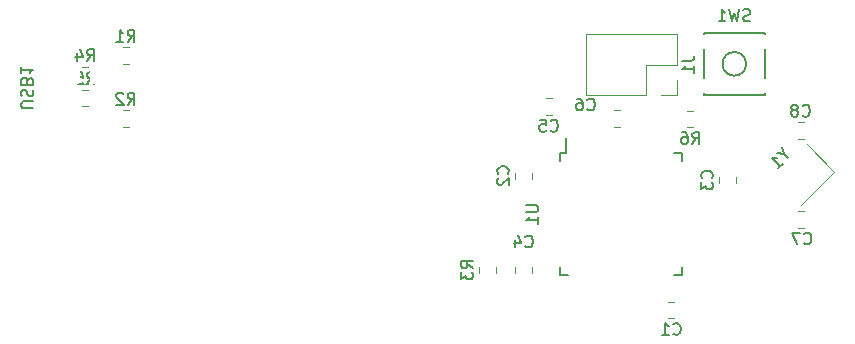
<source format=gbo>
G04 #@! TF.GenerationSoftware,KiCad,Pcbnew,(5.1.4)-1*
G04 #@! TF.CreationDate,2020-09-16T16:25:40+03:00*
G04 #@! TF.ProjectId,MacroBoardPcb,4d616372-6f42-46f6-9172-645063622e6b,rev?*
G04 #@! TF.SameCoordinates,Original*
G04 #@! TF.FileFunction,Legend,Bot*
G04 #@! TF.FilePolarity,Positive*
%FSLAX46Y46*%
G04 Gerber Fmt 4.6, Leading zero omitted, Abs format (unit mm)*
G04 Created by KiCad (PCBNEW (5.1.4)-1) date 2020-09-16 16:25:40*
%MOMM*%
%LPD*%
G04 APERTURE LIST*
%ADD10C,0.120000*%
%ADD11C,0.150000*%
%ADD12C,1.499000*%
%ADD13C,1.302000*%
%ADD14C,0.100000*%
%ADD15R,1.552000X0.702000*%
%ADD16R,1.552000X0.402000*%
%ADD17C,0.752000*%
%ADD18R,1.602000X0.652000*%
%ADD19R,0.652000X1.602000*%
%ADD20R,2.102000X2.102000*%
%ADD21C,2.102000*%
%ADD22R,2.102000X3.302000*%
%ADD23R,1.902000X1.202000*%
%ADD24C,2.802000*%
%ADD25C,1.852000*%
%ADD26R,1.852000X1.852000*%
%ADD27C,1.077000*%
%ADD28C,2.352000*%
%ADD29C,4.089800*%
%ADD30C,2.352000*%
%ADD31O,1.802000X1.802000*%
%ADD32R,1.802000X1.802000*%
G04 APERTURE END LIST*
D10*
X189289082Y-89337290D02*
X186460655Y-92165717D01*
X186955629Y-87003837D02*
X189289082Y-89337290D01*
D11*
X166610000Y-87755000D02*
X166610000Y-86480000D01*
X166035000Y-98105000D02*
X166035000Y-97430000D01*
X176385000Y-98105000D02*
X176385000Y-97430000D01*
X176385000Y-87755000D02*
X176385000Y-88430000D01*
X166035000Y-87755000D02*
X166035000Y-88430000D01*
X176385000Y-87755000D02*
X175710000Y-87755000D01*
X176385000Y-98105000D02*
X175710000Y-98105000D01*
X166035000Y-98105000D02*
X166710000Y-98105000D01*
X166035000Y-87755000D02*
X166610000Y-87755000D01*
X178220000Y-82790000D02*
X183420000Y-82790000D01*
X183420000Y-82790000D02*
X183420000Y-77590000D01*
X183420000Y-77590000D02*
X178220000Y-77590000D01*
X178220000Y-77590000D02*
X178220000Y-82790000D01*
X181820000Y-80190000D02*
G75*
G03X181820000Y-80190000I-1000000J0D01*
G01*
D10*
X177348578Y-85570000D02*
X176831422Y-85570000D01*
X177348578Y-84150000D02*
X176831422Y-84150000D01*
X126115578Y-83799750D02*
X125598422Y-83799750D01*
X126115578Y-82379750D02*
X125598422Y-82379750D01*
X126107578Y-81863000D02*
X125590422Y-81863000D01*
X126107578Y-80443000D02*
X125590422Y-80443000D01*
X160603000Y-97404422D02*
X160603000Y-97921578D01*
X159183000Y-97404422D02*
X159183000Y-97921578D01*
X129544578Y-85546000D02*
X129027422Y-85546000D01*
X129544578Y-84126000D02*
X129027422Y-84126000D01*
X129544578Y-80212000D02*
X129027422Y-80212000D01*
X129544578Y-78792000D02*
X129027422Y-78792000D01*
X175970000Y-82860000D02*
X175970000Y-81530000D01*
X174640000Y-82860000D02*
X175970000Y-82860000D01*
X175970000Y-80260000D02*
X175970000Y-77660000D01*
X173370000Y-80260000D02*
X175970000Y-80260000D01*
X173370000Y-82860000D02*
X173370000Y-80260000D01*
X175970000Y-77660000D02*
X168230000Y-77660000D01*
X173370000Y-82860000D02*
X168230000Y-82860000D01*
X168230000Y-82860000D02*
X168230000Y-77660000D01*
X186177422Y-85142000D02*
X186694578Y-85142000D01*
X186177422Y-86562000D02*
X186694578Y-86562000D01*
X186694578Y-94055000D02*
X186177422Y-94055000D01*
X186694578Y-92635000D02*
X186177422Y-92635000D01*
X171128578Y-85550000D02*
X170611422Y-85550000D01*
X171128578Y-84130000D02*
X170611422Y-84130000D01*
X164841422Y-83110000D02*
X165358578Y-83110000D01*
X164841422Y-84530000D02*
X165358578Y-84530000D01*
X162231000Y-97918578D02*
X162231000Y-97401422D01*
X163651000Y-97918578D02*
X163651000Y-97401422D01*
X180923000Y-89784422D02*
X180923000Y-90301578D01*
X179503000Y-89784422D02*
X179503000Y-90301578D01*
X163651000Y-89403422D02*
X163651000Y-89920578D01*
X162231000Y-89403422D02*
X162231000Y-89920578D01*
X175231422Y-100330000D02*
X175748578Y-100330000D01*
X175231422Y-101750000D02*
X175748578Y-101750000D01*
D11*
X185029881Y-87856446D02*
X185366599Y-88193164D01*
X184895194Y-87250355D02*
X185029881Y-87856446D01*
X184423790Y-87721759D01*
X184524805Y-89034957D02*
X184928866Y-88630896D01*
X184726835Y-88832927D02*
X184019729Y-88125820D01*
X184188087Y-88159492D01*
X184322774Y-88159492D01*
X184423790Y-88125820D01*
X121447619Y-83948095D02*
X120638095Y-83948095D01*
X120542857Y-83900476D01*
X120495238Y-83852857D01*
X120447619Y-83757619D01*
X120447619Y-83567142D01*
X120495238Y-83471904D01*
X120542857Y-83424285D01*
X120638095Y-83376666D01*
X121447619Y-83376666D01*
X120495238Y-82948095D02*
X120447619Y-82805238D01*
X120447619Y-82567142D01*
X120495238Y-82471904D01*
X120542857Y-82424285D01*
X120638095Y-82376666D01*
X120733333Y-82376666D01*
X120828571Y-82424285D01*
X120876190Y-82471904D01*
X120923809Y-82567142D01*
X120971428Y-82757619D01*
X121019047Y-82852857D01*
X121066666Y-82900476D01*
X121161904Y-82948095D01*
X121257142Y-82948095D01*
X121352380Y-82900476D01*
X121400000Y-82852857D01*
X121447619Y-82757619D01*
X121447619Y-82519523D01*
X121400000Y-82376666D01*
X120971428Y-81614761D02*
X120923809Y-81471904D01*
X120876190Y-81424285D01*
X120780952Y-81376666D01*
X120638095Y-81376666D01*
X120542857Y-81424285D01*
X120495238Y-81471904D01*
X120447619Y-81567142D01*
X120447619Y-81948095D01*
X121447619Y-81948095D01*
X121447619Y-81614761D01*
X121400000Y-81519523D01*
X121352380Y-81471904D01*
X121257142Y-81424285D01*
X121161904Y-81424285D01*
X121066666Y-81471904D01*
X121019047Y-81519523D01*
X120971428Y-81614761D01*
X120971428Y-81948095D01*
X120447619Y-80424285D02*
X120447619Y-80995714D01*
X120447619Y-80710000D02*
X121447619Y-80710000D01*
X121304761Y-80805238D01*
X121209523Y-80900476D01*
X121161904Y-80995714D01*
X163212380Y-92168095D02*
X164021904Y-92168095D01*
X164117142Y-92215714D01*
X164164761Y-92263333D01*
X164212380Y-92358571D01*
X164212380Y-92549047D01*
X164164761Y-92644285D01*
X164117142Y-92691904D01*
X164021904Y-92739523D01*
X163212380Y-92739523D01*
X164212380Y-93739523D02*
X164212380Y-93168095D01*
X164212380Y-93453809D02*
X163212380Y-93453809D01*
X163355238Y-93358571D01*
X163450476Y-93263333D01*
X163498095Y-93168095D01*
X182153333Y-76530761D02*
X182010476Y-76578380D01*
X181772380Y-76578380D01*
X181677142Y-76530761D01*
X181629523Y-76483142D01*
X181581904Y-76387904D01*
X181581904Y-76292666D01*
X181629523Y-76197428D01*
X181677142Y-76149809D01*
X181772380Y-76102190D01*
X181962857Y-76054571D01*
X182058095Y-76006952D01*
X182105714Y-75959333D01*
X182153333Y-75864095D01*
X182153333Y-75768857D01*
X182105714Y-75673619D01*
X182058095Y-75626000D01*
X181962857Y-75578380D01*
X181724761Y-75578380D01*
X181581904Y-75626000D01*
X181248571Y-75578380D02*
X181010476Y-76578380D01*
X180820000Y-75864095D01*
X180629523Y-76578380D01*
X180391428Y-75578380D01*
X179486666Y-76578380D02*
X180058095Y-76578380D01*
X179772380Y-76578380D02*
X179772380Y-75578380D01*
X179867619Y-75721238D01*
X179962857Y-75816476D01*
X180058095Y-75864095D01*
X177276666Y-86962380D02*
X177610000Y-86486190D01*
X177848095Y-86962380D02*
X177848095Y-85962380D01*
X177467142Y-85962380D01*
X177371904Y-86010000D01*
X177324285Y-86057619D01*
X177276666Y-86152857D01*
X177276666Y-86295714D01*
X177324285Y-86390952D01*
X177371904Y-86438571D01*
X177467142Y-86486190D01*
X177848095Y-86486190D01*
X176419523Y-85962380D02*
X176610000Y-85962380D01*
X176705238Y-86010000D01*
X176752857Y-86057619D01*
X176848095Y-86200476D01*
X176895714Y-86390952D01*
X176895714Y-86771904D01*
X176848095Y-86867142D01*
X176800476Y-86914761D01*
X176705238Y-86962380D01*
X176514761Y-86962380D01*
X176419523Y-86914761D01*
X176371904Y-86867142D01*
X176324285Y-86771904D01*
X176324285Y-86533809D01*
X176371904Y-86438571D01*
X176419523Y-86390952D01*
X176514761Y-86343333D01*
X176705238Y-86343333D01*
X176800476Y-86390952D01*
X176848095Y-86438571D01*
X176895714Y-86533809D01*
X126023666Y-81892130D02*
X126357000Y-81415940D01*
X126595095Y-81892130D02*
X126595095Y-80892130D01*
X126214142Y-80892130D01*
X126118904Y-80939750D01*
X126071285Y-80987369D01*
X126023666Y-81082607D01*
X126023666Y-81225464D01*
X126071285Y-81320702D01*
X126118904Y-81368321D01*
X126214142Y-81415940D01*
X126595095Y-81415940D01*
X125118904Y-80892130D02*
X125595095Y-80892130D01*
X125642714Y-81368321D01*
X125595095Y-81320702D01*
X125499857Y-81273083D01*
X125261761Y-81273083D01*
X125166523Y-81320702D01*
X125118904Y-81368321D01*
X125071285Y-81463559D01*
X125071285Y-81701654D01*
X125118904Y-81796892D01*
X125166523Y-81844511D01*
X125261761Y-81892130D01*
X125499857Y-81892130D01*
X125595095Y-81844511D01*
X125642714Y-81796892D01*
X126015666Y-79955380D02*
X126349000Y-79479190D01*
X126587095Y-79955380D02*
X126587095Y-78955380D01*
X126206142Y-78955380D01*
X126110904Y-79003000D01*
X126063285Y-79050619D01*
X126015666Y-79145857D01*
X126015666Y-79288714D01*
X126063285Y-79383952D01*
X126110904Y-79431571D01*
X126206142Y-79479190D01*
X126587095Y-79479190D01*
X125158523Y-79288714D02*
X125158523Y-79955380D01*
X125396619Y-78907761D02*
X125634714Y-79622047D01*
X125015666Y-79622047D01*
X158695380Y-97496333D02*
X158219190Y-97163000D01*
X158695380Y-96924904D02*
X157695380Y-96924904D01*
X157695380Y-97305857D01*
X157743000Y-97401095D01*
X157790619Y-97448714D01*
X157885857Y-97496333D01*
X158028714Y-97496333D01*
X158123952Y-97448714D01*
X158171571Y-97401095D01*
X158219190Y-97305857D01*
X158219190Y-96924904D01*
X157695380Y-97829666D02*
X157695380Y-98448714D01*
X158076333Y-98115380D01*
X158076333Y-98258238D01*
X158123952Y-98353476D01*
X158171571Y-98401095D01*
X158266809Y-98448714D01*
X158504904Y-98448714D01*
X158600142Y-98401095D01*
X158647761Y-98353476D01*
X158695380Y-98258238D01*
X158695380Y-97972523D01*
X158647761Y-97877285D01*
X158600142Y-97829666D01*
X129452666Y-83638380D02*
X129786000Y-83162190D01*
X130024095Y-83638380D02*
X130024095Y-82638380D01*
X129643142Y-82638380D01*
X129547904Y-82686000D01*
X129500285Y-82733619D01*
X129452666Y-82828857D01*
X129452666Y-82971714D01*
X129500285Y-83066952D01*
X129547904Y-83114571D01*
X129643142Y-83162190D01*
X130024095Y-83162190D01*
X129071714Y-82733619D02*
X129024095Y-82686000D01*
X128928857Y-82638380D01*
X128690761Y-82638380D01*
X128595523Y-82686000D01*
X128547904Y-82733619D01*
X128500285Y-82828857D01*
X128500285Y-82924095D01*
X128547904Y-83066952D01*
X129119333Y-83638380D01*
X128500285Y-83638380D01*
X129452666Y-78304380D02*
X129786000Y-77828190D01*
X130024095Y-78304380D02*
X130024095Y-77304380D01*
X129643142Y-77304380D01*
X129547904Y-77352000D01*
X129500285Y-77399619D01*
X129452666Y-77494857D01*
X129452666Y-77637714D01*
X129500285Y-77732952D01*
X129547904Y-77780571D01*
X129643142Y-77828190D01*
X130024095Y-77828190D01*
X128500285Y-78304380D02*
X129071714Y-78304380D01*
X128786000Y-78304380D02*
X128786000Y-77304380D01*
X128881238Y-77447238D01*
X128976476Y-77542476D01*
X129071714Y-77590095D01*
X176422380Y-79926666D02*
X177136666Y-79926666D01*
X177279523Y-79879047D01*
X177374761Y-79783809D01*
X177422380Y-79640952D01*
X177422380Y-79545714D01*
X177422380Y-80926666D02*
X177422380Y-80355238D01*
X177422380Y-80640952D02*
X176422380Y-80640952D01*
X176565238Y-80545714D01*
X176660476Y-80450476D01*
X176708095Y-80355238D01*
X186596666Y-84557142D02*
X186644285Y-84604761D01*
X186787142Y-84652380D01*
X186882380Y-84652380D01*
X187025238Y-84604761D01*
X187120476Y-84509523D01*
X187168095Y-84414285D01*
X187215714Y-84223809D01*
X187215714Y-84080952D01*
X187168095Y-83890476D01*
X187120476Y-83795238D01*
X187025238Y-83700000D01*
X186882380Y-83652380D01*
X186787142Y-83652380D01*
X186644285Y-83700000D01*
X186596666Y-83747619D01*
X186025238Y-84080952D02*
X186120476Y-84033333D01*
X186168095Y-83985714D01*
X186215714Y-83890476D01*
X186215714Y-83842857D01*
X186168095Y-83747619D01*
X186120476Y-83700000D01*
X186025238Y-83652380D01*
X185834761Y-83652380D01*
X185739523Y-83700000D01*
X185691904Y-83747619D01*
X185644285Y-83842857D01*
X185644285Y-83890476D01*
X185691904Y-83985714D01*
X185739523Y-84033333D01*
X185834761Y-84080952D01*
X186025238Y-84080952D01*
X186120476Y-84128571D01*
X186168095Y-84176190D01*
X186215714Y-84271428D01*
X186215714Y-84461904D01*
X186168095Y-84557142D01*
X186120476Y-84604761D01*
X186025238Y-84652380D01*
X185834761Y-84652380D01*
X185739523Y-84604761D01*
X185691904Y-84557142D01*
X185644285Y-84461904D01*
X185644285Y-84271428D01*
X185691904Y-84176190D01*
X185739523Y-84128571D01*
X185834761Y-84080952D01*
X186726666Y-95387142D02*
X186774285Y-95434761D01*
X186917142Y-95482380D01*
X187012380Y-95482380D01*
X187155238Y-95434761D01*
X187250476Y-95339523D01*
X187298095Y-95244285D01*
X187345714Y-95053809D01*
X187345714Y-94910952D01*
X187298095Y-94720476D01*
X187250476Y-94625238D01*
X187155238Y-94530000D01*
X187012380Y-94482380D01*
X186917142Y-94482380D01*
X186774285Y-94530000D01*
X186726666Y-94577619D01*
X186393333Y-94482380D02*
X185726666Y-94482380D01*
X186155238Y-95482380D01*
X168386666Y-84037142D02*
X168434285Y-84084761D01*
X168577142Y-84132380D01*
X168672380Y-84132380D01*
X168815238Y-84084761D01*
X168910476Y-83989523D01*
X168958095Y-83894285D01*
X169005714Y-83703809D01*
X169005714Y-83560952D01*
X168958095Y-83370476D01*
X168910476Y-83275238D01*
X168815238Y-83180000D01*
X168672380Y-83132380D01*
X168577142Y-83132380D01*
X168434285Y-83180000D01*
X168386666Y-83227619D01*
X167529523Y-83132380D02*
X167720000Y-83132380D01*
X167815238Y-83180000D01*
X167862857Y-83227619D01*
X167958095Y-83370476D01*
X168005714Y-83560952D01*
X168005714Y-83941904D01*
X167958095Y-84037142D01*
X167910476Y-84084761D01*
X167815238Y-84132380D01*
X167624761Y-84132380D01*
X167529523Y-84084761D01*
X167481904Y-84037142D01*
X167434285Y-83941904D01*
X167434285Y-83703809D01*
X167481904Y-83608571D01*
X167529523Y-83560952D01*
X167624761Y-83513333D01*
X167815238Y-83513333D01*
X167910476Y-83560952D01*
X167958095Y-83608571D01*
X168005714Y-83703809D01*
X165266666Y-85827142D02*
X165314285Y-85874761D01*
X165457142Y-85922380D01*
X165552380Y-85922380D01*
X165695238Y-85874761D01*
X165790476Y-85779523D01*
X165838095Y-85684285D01*
X165885714Y-85493809D01*
X165885714Y-85350952D01*
X165838095Y-85160476D01*
X165790476Y-85065238D01*
X165695238Y-84970000D01*
X165552380Y-84922380D01*
X165457142Y-84922380D01*
X165314285Y-84970000D01*
X165266666Y-85017619D01*
X164361904Y-84922380D02*
X164838095Y-84922380D01*
X164885714Y-85398571D01*
X164838095Y-85350952D01*
X164742857Y-85303333D01*
X164504761Y-85303333D01*
X164409523Y-85350952D01*
X164361904Y-85398571D01*
X164314285Y-85493809D01*
X164314285Y-85731904D01*
X164361904Y-85827142D01*
X164409523Y-85874761D01*
X164504761Y-85922380D01*
X164742857Y-85922380D01*
X164838095Y-85874761D01*
X164885714Y-85827142D01*
X163136666Y-95637142D02*
X163184285Y-95684761D01*
X163327142Y-95732380D01*
X163422380Y-95732380D01*
X163565238Y-95684761D01*
X163660476Y-95589523D01*
X163708095Y-95494285D01*
X163755714Y-95303809D01*
X163755714Y-95160952D01*
X163708095Y-94970476D01*
X163660476Y-94875238D01*
X163565238Y-94780000D01*
X163422380Y-94732380D01*
X163327142Y-94732380D01*
X163184285Y-94780000D01*
X163136666Y-94827619D01*
X162279523Y-95065714D02*
X162279523Y-95732380D01*
X162517619Y-94684761D02*
X162755714Y-95399047D01*
X162136666Y-95399047D01*
X178920142Y-89876333D02*
X178967761Y-89828714D01*
X179015380Y-89685857D01*
X179015380Y-89590619D01*
X178967761Y-89447761D01*
X178872523Y-89352523D01*
X178777285Y-89304904D01*
X178586809Y-89257285D01*
X178443952Y-89257285D01*
X178253476Y-89304904D01*
X178158238Y-89352523D01*
X178063000Y-89447761D01*
X178015380Y-89590619D01*
X178015380Y-89685857D01*
X178063000Y-89828714D01*
X178110619Y-89876333D01*
X178015380Y-90209666D02*
X178015380Y-90828714D01*
X178396333Y-90495380D01*
X178396333Y-90638238D01*
X178443952Y-90733476D01*
X178491571Y-90781095D01*
X178586809Y-90828714D01*
X178824904Y-90828714D01*
X178920142Y-90781095D01*
X178967761Y-90733476D01*
X179015380Y-90638238D01*
X179015380Y-90352523D01*
X178967761Y-90257285D01*
X178920142Y-90209666D01*
X161648142Y-89495333D02*
X161695761Y-89447714D01*
X161743380Y-89304857D01*
X161743380Y-89209619D01*
X161695761Y-89066761D01*
X161600523Y-88971523D01*
X161505285Y-88923904D01*
X161314809Y-88876285D01*
X161171952Y-88876285D01*
X160981476Y-88923904D01*
X160886238Y-88971523D01*
X160791000Y-89066761D01*
X160743380Y-89209619D01*
X160743380Y-89304857D01*
X160791000Y-89447714D01*
X160838619Y-89495333D01*
X160838619Y-89876285D02*
X160791000Y-89923904D01*
X160743380Y-90019142D01*
X160743380Y-90257238D01*
X160791000Y-90352476D01*
X160838619Y-90400095D01*
X160933857Y-90447714D01*
X161029095Y-90447714D01*
X161171952Y-90400095D01*
X161743380Y-89828666D01*
X161743380Y-90447714D01*
X175656666Y-103047142D02*
X175704285Y-103094761D01*
X175847142Y-103142380D01*
X175942380Y-103142380D01*
X176085238Y-103094761D01*
X176180476Y-102999523D01*
X176228095Y-102904285D01*
X176275714Y-102713809D01*
X176275714Y-102570952D01*
X176228095Y-102380476D01*
X176180476Y-102285238D01*
X176085238Y-102190000D01*
X175942380Y-102142380D01*
X175847142Y-102142380D01*
X175704285Y-102190000D01*
X175656666Y-102237619D01*
X174704285Y-103142380D02*
X175275714Y-103142380D01*
X174990000Y-103142380D02*
X174990000Y-102142380D01*
X175085238Y-102285238D01*
X175180476Y-102380476D01*
X175275714Y-102428095D01*
%LPC*%
D12*
X158134193Y-93433132D03*
X158134193Y-90893132D03*
X158134193Y-88353132D03*
X158134193Y-85813132D03*
D13*
X186884919Y-88205919D03*
D14*
G36*
X186955630Y-87214555D02*
G01*
X187876283Y-88135208D01*
X186814208Y-89197283D01*
X185893555Y-88276630D01*
X186955630Y-87214555D01*
X186955630Y-87214555D01*
G37*
D13*
X185329284Y-89761554D03*
D14*
G36*
X185399995Y-88770190D02*
G01*
X186320648Y-89690843D01*
X185258573Y-90752918D01*
X184337920Y-89832265D01*
X185399995Y-88770190D01*
X185399995Y-88770190D01*
G37*
D13*
X186531365Y-90963635D03*
D14*
G36*
X186602076Y-89972271D02*
G01*
X187522729Y-90892924D01*
X186460654Y-91954999D01*
X185540001Y-91034346D01*
X186602076Y-89972271D01*
X186602076Y-89972271D01*
G37*
D13*
X188087000Y-89408000D03*
D14*
G36*
X188157711Y-88416636D02*
G01*
X189078364Y-89337289D01*
X188016289Y-90399364D01*
X187095636Y-89478711D01*
X188157711Y-88416636D01*
X188157711Y-88416636D01*
G37*
D15*
X119345000Y-78985000D03*
X119345000Y-85435000D03*
X119345000Y-79760000D03*
X119345000Y-84660000D03*
D16*
X119345000Y-83960000D03*
X119345000Y-80460000D03*
X119345000Y-83460000D03*
X119345000Y-80960000D03*
X119345000Y-82960000D03*
X119345000Y-81460000D03*
X119345000Y-81960000D03*
X119345000Y-82460000D03*
D17*
X117900000Y-79320000D03*
X117900000Y-85100000D03*
D18*
X165510000Y-88930000D03*
X165510000Y-89730000D03*
X165510000Y-90530000D03*
X165510000Y-91330000D03*
X165510000Y-92130000D03*
X165510000Y-92930000D03*
X165510000Y-93730000D03*
X165510000Y-94530000D03*
X165510000Y-95330000D03*
X165510000Y-96130000D03*
X165510000Y-96930000D03*
D19*
X167210000Y-98630000D03*
X168010000Y-98630000D03*
X168810000Y-98630000D03*
X169610000Y-98630000D03*
X170410000Y-98630000D03*
X171210000Y-98630000D03*
X172010000Y-98630000D03*
X172810000Y-98630000D03*
X173610000Y-98630000D03*
X174410000Y-98630000D03*
X175210000Y-98630000D03*
D18*
X176910000Y-96930000D03*
X176910000Y-96130000D03*
X176910000Y-95330000D03*
X176910000Y-94530000D03*
X176910000Y-93730000D03*
X176910000Y-92930000D03*
X176910000Y-92130000D03*
X176910000Y-91330000D03*
X176910000Y-90530000D03*
X176910000Y-89730000D03*
X176910000Y-88930000D03*
D19*
X175210000Y-87230000D03*
X174410000Y-87230000D03*
X173610000Y-87230000D03*
X172810000Y-87230000D03*
X172010000Y-87230000D03*
X171210000Y-87230000D03*
X170410000Y-87230000D03*
X169610000Y-87230000D03*
X168810000Y-87230000D03*
X168010000Y-87230000D03*
X167210000Y-87230000D03*
D20*
X98484193Y-118648132D03*
D21*
X100984193Y-118648132D03*
X103484193Y-118648132D03*
D22*
X95384193Y-111148132D03*
X106584193Y-111148132D03*
D21*
X98484193Y-104148132D03*
X103484193Y-104148132D03*
D23*
X177720000Y-78340000D03*
X183920000Y-82040000D03*
X177720000Y-82040000D03*
X183920000Y-78340000D03*
D24*
X187009193Y-76298132D03*
X121809193Y-76298132D03*
X185809193Y-67898132D03*
X123009193Y-67898132D03*
D25*
X191159193Y-70348132D03*
X117659193Y-73848132D03*
D26*
X117659193Y-70348132D03*
D14*
G36*
X176448141Y-84110297D02*
G01*
X176474278Y-84114174D01*
X176499909Y-84120594D01*
X176524788Y-84129495D01*
X176548674Y-84140793D01*
X176571337Y-84154377D01*
X176592560Y-84170117D01*
X176612139Y-84187861D01*
X176629883Y-84207440D01*
X176645623Y-84228663D01*
X176659207Y-84251326D01*
X176670505Y-84275212D01*
X176679406Y-84300091D01*
X176685826Y-84325722D01*
X176689703Y-84351859D01*
X176691000Y-84378250D01*
X176691000Y-85341750D01*
X176689703Y-85368141D01*
X176685826Y-85394278D01*
X176679406Y-85419909D01*
X176670505Y-85444788D01*
X176659207Y-85468674D01*
X176645623Y-85491337D01*
X176629883Y-85512560D01*
X176612139Y-85532139D01*
X176592560Y-85549883D01*
X176571337Y-85565623D01*
X176548674Y-85579207D01*
X176524788Y-85590505D01*
X176499909Y-85599406D01*
X176474278Y-85605826D01*
X176448141Y-85609703D01*
X176421750Y-85611000D01*
X175883250Y-85611000D01*
X175856859Y-85609703D01*
X175830722Y-85605826D01*
X175805091Y-85599406D01*
X175780212Y-85590505D01*
X175756326Y-85579207D01*
X175733663Y-85565623D01*
X175712440Y-85549883D01*
X175692861Y-85532139D01*
X175675117Y-85512560D01*
X175659377Y-85491337D01*
X175645793Y-85468674D01*
X175634495Y-85444788D01*
X175625594Y-85419909D01*
X175619174Y-85394278D01*
X175615297Y-85368141D01*
X175614000Y-85341750D01*
X175614000Y-84378250D01*
X175615297Y-84351859D01*
X175619174Y-84325722D01*
X175625594Y-84300091D01*
X175634495Y-84275212D01*
X175645793Y-84251326D01*
X175659377Y-84228663D01*
X175675117Y-84207440D01*
X175692861Y-84187861D01*
X175712440Y-84170117D01*
X175733663Y-84154377D01*
X175756326Y-84140793D01*
X175780212Y-84129495D01*
X175805091Y-84120594D01*
X175830722Y-84114174D01*
X175856859Y-84110297D01*
X175883250Y-84109000D01*
X176421750Y-84109000D01*
X176448141Y-84110297D01*
X176448141Y-84110297D01*
G37*
D27*
X176152500Y-84860000D03*
D14*
G36*
X178323141Y-84110297D02*
G01*
X178349278Y-84114174D01*
X178374909Y-84120594D01*
X178399788Y-84129495D01*
X178423674Y-84140793D01*
X178446337Y-84154377D01*
X178467560Y-84170117D01*
X178487139Y-84187861D01*
X178504883Y-84207440D01*
X178520623Y-84228663D01*
X178534207Y-84251326D01*
X178545505Y-84275212D01*
X178554406Y-84300091D01*
X178560826Y-84325722D01*
X178564703Y-84351859D01*
X178566000Y-84378250D01*
X178566000Y-85341750D01*
X178564703Y-85368141D01*
X178560826Y-85394278D01*
X178554406Y-85419909D01*
X178545505Y-85444788D01*
X178534207Y-85468674D01*
X178520623Y-85491337D01*
X178504883Y-85512560D01*
X178487139Y-85532139D01*
X178467560Y-85549883D01*
X178446337Y-85565623D01*
X178423674Y-85579207D01*
X178399788Y-85590505D01*
X178374909Y-85599406D01*
X178349278Y-85605826D01*
X178323141Y-85609703D01*
X178296750Y-85611000D01*
X177758250Y-85611000D01*
X177731859Y-85609703D01*
X177705722Y-85605826D01*
X177680091Y-85599406D01*
X177655212Y-85590505D01*
X177631326Y-85579207D01*
X177608663Y-85565623D01*
X177587440Y-85549883D01*
X177567861Y-85532139D01*
X177550117Y-85512560D01*
X177534377Y-85491337D01*
X177520793Y-85468674D01*
X177509495Y-85444788D01*
X177500594Y-85419909D01*
X177494174Y-85394278D01*
X177490297Y-85368141D01*
X177489000Y-85341750D01*
X177489000Y-84378250D01*
X177490297Y-84351859D01*
X177494174Y-84325722D01*
X177500594Y-84300091D01*
X177509495Y-84275212D01*
X177520793Y-84251326D01*
X177534377Y-84228663D01*
X177550117Y-84207440D01*
X177567861Y-84187861D01*
X177587440Y-84170117D01*
X177608663Y-84154377D01*
X177631326Y-84140793D01*
X177655212Y-84129495D01*
X177680091Y-84120594D01*
X177705722Y-84114174D01*
X177731859Y-84110297D01*
X177758250Y-84109000D01*
X178296750Y-84109000D01*
X178323141Y-84110297D01*
X178323141Y-84110297D01*
G37*
D27*
X178027500Y-84860000D03*
D14*
G36*
X125215141Y-82340047D02*
G01*
X125241278Y-82343924D01*
X125266909Y-82350344D01*
X125291788Y-82359245D01*
X125315674Y-82370543D01*
X125338337Y-82384127D01*
X125359560Y-82399867D01*
X125379139Y-82417611D01*
X125396883Y-82437190D01*
X125412623Y-82458413D01*
X125426207Y-82481076D01*
X125437505Y-82504962D01*
X125446406Y-82529841D01*
X125452826Y-82555472D01*
X125456703Y-82581609D01*
X125458000Y-82608000D01*
X125458000Y-83571500D01*
X125456703Y-83597891D01*
X125452826Y-83624028D01*
X125446406Y-83649659D01*
X125437505Y-83674538D01*
X125426207Y-83698424D01*
X125412623Y-83721087D01*
X125396883Y-83742310D01*
X125379139Y-83761889D01*
X125359560Y-83779633D01*
X125338337Y-83795373D01*
X125315674Y-83808957D01*
X125291788Y-83820255D01*
X125266909Y-83829156D01*
X125241278Y-83835576D01*
X125215141Y-83839453D01*
X125188750Y-83840750D01*
X124650250Y-83840750D01*
X124623859Y-83839453D01*
X124597722Y-83835576D01*
X124572091Y-83829156D01*
X124547212Y-83820255D01*
X124523326Y-83808957D01*
X124500663Y-83795373D01*
X124479440Y-83779633D01*
X124459861Y-83761889D01*
X124442117Y-83742310D01*
X124426377Y-83721087D01*
X124412793Y-83698424D01*
X124401495Y-83674538D01*
X124392594Y-83649659D01*
X124386174Y-83624028D01*
X124382297Y-83597891D01*
X124381000Y-83571500D01*
X124381000Y-82608000D01*
X124382297Y-82581609D01*
X124386174Y-82555472D01*
X124392594Y-82529841D01*
X124401495Y-82504962D01*
X124412793Y-82481076D01*
X124426377Y-82458413D01*
X124442117Y-82437190D01*
X124459861Y-82417611D01*
X124479440Y-82399867D01*
X124500663Y-82384127D01*
X124523326Y-82370543D01*
X124547212Y-82359245D01*
X124572091Y-82350344D01*
X124597722Y-82343924D01*
X124623859Y-82340047D01*
X124650250Y-82338750D01*
X125188750Y-82338750D01*
X125215141Y-82340047D01*
X125215141Y-82340047D01*
G37*
D27*
X124919500Y-83089750D03*
D14*
G36*
X127090141Y-82340047D02*
G01*
X127116278Y-82343924D01*
X127141909Y-82350344D01*
X127166788Y-82359245D01*
X127190674Y-82370543D01*
X127213337Y-82384127D01*
X127234560Y-82399867D01*
X127254139Y-82417611D01*
X127271883Y-82437190D01*
X127287623Y-82458413D01*
X127301207Y-82481076D01*
X127312505Y-82504962D01*
X127321406Y-82529841D01*
X127327826Y-82555472D01*
X127331703Y-82581609D01*
X127333000Y-82608000D01*
X127333000Y-83571500D01*
X127331703Y-83597891D01*
X127327826Y-83624028D01*
X127321406Y-83649659D01*
X127312505Y-83674538D01*
X127301207Y-83698424D01*
X127287623Y-83721087D01*
X127271883Y-83742310D01*
X127254139Y-83761889D01*
X127234560Y-83779633D01*
X127213337Y-83795373D01*
X127190674Y-83808957D01*
X127166788Y-83820255D01*
X127141909Y-83829156D01*
X127116278Y-83835576D01*
X127090141Y-83839453D01*
X127063750Y-83840750D01*
X126525250Y-83840750D01*
X126498859Y-83839453D01*
X126472722Y-83835576D01*
X126447091Y-83829156D01*
X126422212Y-83820255D01*
X126398326Y-83808957D01*
X126375663Y-83795373D01*
X126354440Y-83779633D01*
X126334861Y-83761889D01*
X126317117Y-83742310D01*
X126301377Y-83721087D01*
X126287793Y-83698424D01*
X126276495Y-83674538D01*
X126267594Y-83649659D01*
X126261174Y-83624028D01*
X126257297Y-83597891D01*
X126256000Y-83571500D01*
X126256000Y-82608000D01*
X126257297Y-82581609D01*
X126261174Y-82555472D01*
X126267594Y-82529841D01*
X126276495Y-82504962D01*
X126287793Y-82481076D01*
X126301377Y-82458413D01*
X126317117Y-82437190D01*
X126334861Y-82417611D01*
X126354440Y-82399867D01*
X126375663Y-82384127D01*
X126398326Y-82370543D01*
X126422212Y-82359245D01*
X126447091Y-82350344D01*
X126472722Y-82343924D01*
X126498859Y-82340047D01*
X126525250Y-82338750D01*
X127063750Y-82338750D01*
X127090141Y-82340047D01*
X127090141Y-82340047D01*
G37*
D27*
X126794500Y-83089750D03*
D14*
G36*
X125207141Y-80403297D02*
G01*
X125233278Y-80407174D01*
X125258909Y-80413594D01*
X125283788Y-80422495D01*
X125307674Y-80433793D01*
X125330337Y-80447377D01*
X125351560Y-80463117D01*
X125371139Y-80480861D01*
X125388883Y-80500440D01*
X125404623Y-80521663D01*
X125418207Y-80544326D01*
X125429505Y-80568212D01*
X125438406Y-80593091D01*
X125444826Y-80618722D01*
X125448703Y-80644859D01*
X125450000Y-80671250D01*
X125450000Y-81634750D01*
X125448703Y-81661141D01*
X125444826Y-81687278D01*
X125438406Y-81712909D01*
X125429505Y-81737788D01*
X125418207Y-81761674D01*
X125404623Y-81784337D01*
X125388883Y-81805560D01*
X125371139Y-81825139D01*
X125351560Y-81842883D01*
X125330337Y-81858623D01*
X125307674Y-81872207D01*
X125283788Y-81883505D01*
X125258909Y-81892406D01*
X125233278Y-81898826D01*
X125207141Y-81902703D01*
X125180750Y-81904000D01*
X124642250Y-81904000D01*
X124615859Y-81902703D01*
X124589722Y-81898826D01*
X124564091Y-81892406D01*
X124539212Y-81883505D01*
X124515326Y-81872207D01*
X124492663Y-81858623D01*
X124471440Y-81842883D01*
X124451861Y-81825139D01*
X124434117Y-81805560D01*
X124418377Y-81784337D01*
X124404793Y-81761674D01*
X124393495Y-81737788D01*
X124384594Y-81712909D01*
X124378174Y-81687278D01*
X124374297Y-81661141D01*
X124373000Y-81634750D01*
X124373000Y-80671250D01*
X124374297Y-80644859D01*
X124378174Y-80618722D01*
X124384594Y-80593091D01*
X124393495Y-80568212D01*
X124404793Y-80544326D01*
X124418377Y-80521663D01*
X124434117Y-80500440D01*
X124451861Y-80480861D01*
X124471440Y-80463117D01*
X124492663Y-80447377D01*
X124515326Y-80433793D01*
X124539212Y-80422495D01*
X124564091Y-80413594D01*
X124589722Y-80407174D01*
X124615859Y-80403297D01*
X124642250Y-80402000D01*
X125180750Y-80402000D01*
X125207141Y-80403297D01*
X125207141Y-80403297D01*
G37*
D27*
X124911500Y-81153000D03*
D14*
G36*
X127082141Y-80403297D02*
G01*
X127108278Y-80407174D01*
X127133909Y-80413594D01*
X127158788Y-80422495D01*
X127182674Y-80433793D01*
X127205337Y-80447377D01*
X127226560Y-80463117D01*
X127246139Y-80480861D01*
X127263883Y-80500440D01*
X127279623Y-80521663D01*
X127293207Y-80544326D01*
X127304505Y-80568212D01*
X127313406Y-80593091D01*
X127319826Y-80618722D01*
X127323703Y-80644859D01*
X127325000Y-80671250D01*
X127325000Y-81634750D01*
X127323703Y-81661141D01*
X127319826Y-81687278D01*
X127313406Y-81712909D01*
X127304505Y-81737788D01*
X127293207Y-81761674D01*
X127279623Y-81784337D01*
X127263883Y-81805560D01*
X127246139Y-81825139D01*
X127226560Y-81842883D01*
X127205337Y-81858623D01*
X127182674Y-81872207D01*
X127158788Y-81883505D01*
X127133909Y-81892406D01*
X127108278Y-81898826D01*
X127082141Y-81902703D01*
X127055750Y-81904000D01*
X126517250Y-81904000D01*
X126490859Y-81902703D01*
X126464722Y-81898826D01*
X126439091Y-81892406D01*
X126414212Y-81883505D01*
X126390326Y-81872207D01*
X126367663Y-81858623D01*
X126346440Y-81842883D01*
X126326861Y-81825139D01*
X126309117Y-81805560D01*
X126293377Y-81784337D01*
X126279793Y-81761674D01*
X126268495Y-81737788D01*
X126259594Y-81712909D01*
X126253174Y-81687278D01*
X126249297Y-81661141D01*
X126248000Y-81634750D01*
X126248000Y-80671250D01*
X126249297Y-80644859D01*
X126253174Y-80618722D01*
X126259594Y-80593091D01*
X126268495Y-80568212D01*
X126279793Y-80544326D01*
X126293377Y-80521663D01*
X126309117Y-80500440D01*
X126326861Y-80480861D01*
X126346440Y-80463117D01*
X126367663Y-80447377D01*
X126390326Y-80433793D01*
X126414212Y-80422495D01*
X126439091Y-80413594D01*
X126464722Y-80407174D01*
X126490859Y-80403297D01*
X126517250Y-80402000D01*
X127055750Y-80402000D01*
X127082141Y-80403297D01*
X127082141Y-80403297D01*
G37*
D27*
X126786500Y-81153000D03*
D14*
G36*
X160401141Y-98063297D02*
G01*
X160427278Y-98067174D01*
X160452909Y-98073594D01*
X160477788Y-98082495D01*
X160501674Y-98093793D01*
X160524337Y-98107377D01*
X160545560Y-98123117D01*
X160565139Y-98140861D01*
X160582883Y-98160440D01*
X160598623Y-98181663D01*
X160612207Y-98204326D01*
X160623505Y-98228212D01*
X160632406Y-98253091D01*
X160638826Y-98278722D01*
X160642703Y-98304859D01*
X160644000Y-98331250D01*
X160644000Y-98869750D01*
X160642703Y-98896141D01*
X160638826Y-98922278D01*
X160632406Y-98947909D01*
X160623505Y-98972788D01*
X160612207Y-98996674D01*
X160598623Y-99019337D01*
X160582883Y-99040560D01*
X160565139Y-99060139D01*
X160545560Y-99077883D01*
X160524337Y-99093623D01*
X160501674Y-99107207D01*
X160477788Y-99118505D01*
X160452909Y-99127406D01*
X160427278Y-99133826D01*
X160401141Y-99137703D01*
X160374750Y-99139000D01*
X159411250Y-99139000D01*
X159384859Y-99137703D01*
X159358722Y-99133826D01*
X159333091Y-99127406D01*
X159308212Y-99118505D01*
X159284326Y-99107207D01*
X159261663Y-99093623D01*
X159240440Y-99077883D01*
X159220861Y-99060139D01*
X159203117Y-99040560D01*
X159187377Y-99019337D01*
X159173793Y-98996674D01*
X159162495Y-98972788D01*
X159153594Y-98947909D01*
X159147174Y-98922278D01*
X159143297Y-98896141D01*
X159142000Y-98869750D01*
X159142000Y-98331250D01*
X159143297Y-98304859D01*
X159147174Y-98278722D01*
X159153594Y-98253091D01*
X159162495Y-98228212D01*
X159173793Y-98204326D01*
X159187377Y-98181663D01*
X159203117Y-98160440D01*
X159220861Y-98140861D01*
X159240440Y-98123117D01*
X159261663Y-98107377D01*
X159284326Y-98093793D01*
X159308212Y-98082495D01*
X159333091Y-98073594D01*
X159358722Y-98067174D01*
X159384859Y-98063297D01*
X159411250Y-98062000D01*
X160374750Y-98062000D01*
X160401141Y-98063297D01*
X160401141Y-98063297D01*
G37*
D27*
X159893000Y-98600500D03*
D14*
G36*
X160401141Y-96188297D02*
G01*
X160427278Y-96192174D01*
X160452909Y-96198594D01*
X160477788Y-96207495D01*
X160501674Y-96218793D01*
X160524337Y-96232377D01*
X160545560Y-96248117D01*
X160565139Y-96265861D01*
X160582883Y-96285440D01*
X160598623Y-96306663D01*
X160612207Y-96329326D01*
X160623505Y-96353212D01*
X160632406Y-96378091D01*
X160638826Y-96403722D01*
X160642703Y-96429859D01*
X160644000Y-96456250D01*
X160644000Y-96994750D01*
X160642703Y-97021141D01*
X160638826Y-97047278D01*
X160632406Y-97072909D01*
X160623505Y-97097788D01*
X160612207Y-97121674D01*
X160598623Y-97144337D01*
X160582883Y-97165560D01*
X160565139Y-97185139D01*
X160545560Y-97202883D01*
X160524337Y-97218623D01*
X160501674Y-97232207D01*
X160477788Y-97243505D01*
X160452909Y-97252406D01*
X160427278Y-97258826D01*
X160401141Y-97262703D01*
X160374750Y-97264000D01*
X159411250Y-97264000D01*
X159384859Y-97262703D01*
X159358722Y-97258826D01*
X159333091Y-97252406D01*
X159308212Y-97243505D01*
X159284326Y-97232207D01*
X159261663Y-97218623D01*
X159240440Y-97202883D01*
X159220861Y-97185139D01*
X159203117Y-97165560D01*
X159187377Y-97144337D01*
X159173793Y-97121674D01*
X159162495Y-97097788D01*
X159153594Y-97072909D01*
X159147174Y-97047278D01*
X159143297Y-97021141D01*
X159142000Y-96994750D01*
X159142000Y-96456250D01*
X159143297Y-96429859D01*
X159147174Y-96403722D01*
X159153594Y-96378091D01*
X159162495Y-96353212D01*
X159173793Y-96329326D01*
X159187377Y-96306663D01*
X159203117Y-96285440D01*
X159220861Y-96265861D01*
X159240440Y-96248117D01*
X159261663Y-96232377D01*
X159284326Y-96218793D01*
X159308212Y-96207495D01*
X159333091Y-96198594D01*
X159358722Y-96192174D01*
X159384859Y-96188297D01*
X159411250Y-96187000D01*
X160374750Y-96187000D01*
X160401141Y-96188297D01*
X160401141Y-96188297D01*
G37*
D27*
X159893000Y-96725500D03*
D14*
G36*
X128644141Y-84086297D02*
G01*
X128670278Y-84090174D01*
X128695909Y-84096594D01*
X128720788Y-84105495D01*
X128744674Y-84116793D01*
X128767337Y-84130377D01*
X128788560Y-84146117D01*
X128808139Y-84163861D01*
X128825883Y-84183440D01*
X128841623Y-84204663D01*
X128855207Y-84227326D01*
X128866505Y-84251212D01*
X128875406Y-84276091D01*
X128881826Y-84301722D01*
X128885703Y-84327859D01*
X128887000Y-84354250D01*
X128887000Y-85317750D01*
X128885703Y-85344141D01*
X128881826Y-85370278D01*
X128875406Y-85395909D01*
X128866505Y-85420788D01*
X128855207Y-85444674D01*
X128841623Y-85467337D01*
X128825883Y-85488560D01*
X128808139Y-85508139D01*
X128788560Y-85525883D01*
X128767337Y-85541623D01*
X128744674Y-85555207D01*
X128720788Y-85566505D01*
X128695909Y-85575406D01*
X128670278Y-85581826D01*
X128644141Y-85585703D01*
X128617750Y-85587000D01*
X128079250Y-85587000D01*
X128052859Y-85585703D01*
X128026722Y-85581826D01*
X128001091Y-85575406D01*
X127976212Y-85566505D01*
X127952326Y-85555207D01*
X127929663Y-85541623D01*
X127908440Y-85525883D01*
X127888861Y-85508139D01*
X127871117Y-85488560D01*
X127855377Y-85467337D01*
X127841793Y-85444674D01*
X127830495Y-85420788D01*
X127821594Y-85395909D01*
X127815174Y-85370278D01*
X127811297Y-85344141D01*
X127810000Y-85317750D01*
X127810000Y-84354250D01*
X127811297Y-84327859D01*
X127815174Y-84301722D01*
X127821594Y-84276091D01*
X127830495Y-84251212D01*
X127841793Y-84227326D01*
X127855377Y-84204663D01*
X127871117Y-84183440D01*
X127888861Y-84163861D01*
X127908440Y-84146117D01*
X127929663Y-84130377D01*
X127952326Y-84116793D01*
X127976212Y-84105495D01*
X128001091Y-84096594D01*
X128026722Y-84090174D01*
X128052859Y-84086297D01*
X128079250Y-84085000D01*
X128617750Y-84085000D01*
X128644141Y-84086297D01*
X128644141Y-84086297D01*
G37*
D27*
X128348500Y-84836000D03*
D14*
G36*
X130519141Y-84086297D02*
G01*
X130545278Y-84090174D01*
X130570909Y-84096594D01*
X130595788Y-84105495D01*
X130619674Y-84116793D01*
X130642337Y-84130377D01*
X130663560Y-84146117D01*
X130683139Y-84163861D01*
X130700883Y-84183440D01*
X130716623Y-84204663D01*
X130730207Y-84227326D01*
X130741505Y-84251212D01*
X130750406Y-84276091D01*
X130756826Y-84301722D01*
X130760703Y-84327859D01*
X130762000Y-84354250D01*
X130762000Y-85317750D01*
X130760703Y-85344141D01*
X130756826Y-85370278D01*
X130750406Y-85395909D01*
X130741505Y-85420788D01*
X130730207Y-85444674D01*
X130716623Y-85467337D01*
X130700883Y-85488560D01*
X130683139Y-85508139D01*
X130663560Y-85525883D01*
X130642337Y-85541623D01*
X130619674Y-85555207D01*
X130595788Y-85566505D01*
X130570909Y-85575406D01*
X130545278Y-85581826D01*
X130519141Y-85585703D01*
X130492750Y-85587000D01*
X129954250Y-85587000D01*
X129927859Y-85585703D01*
X129901722Y-85581826D01*
X129876091Y-85575406D01*
X129851212Y-85566505D01*
X129827326Y-85555207D01*
X129804663Y-85541623D01*
X129783440Y-85525883D01*
X129763861Y-85508139D01*
X129746117Y-85488560D01*
X129730377Y-85467337D01*
X129716793Y-85444674D01*
X129705495Y-85420788D01*
X129696594Y-85395909D01*
X129690174Y-85370278D01*
X129686297Y-85344141D01*
X129685000Y-85317750D01*
X129685000Y-84354250D01*
X129686297Y-84327859D01*
X129690174Y-84301722D01*
X129696594Y-84276091D01*
X129705495Y-84251212D01*
X129716793Y-84227326D01*
X129730377Y-84204663D01*
X129746117Y-84183440D01*
X129763861Y-84163861D01*
X129783440Y-84146117D01*
X129804663Y-84130377D01*
X129827326Y-84116793D01*
X129851212Y-84105495D01*
X129876091Y-84096594D01*
X129901722Y-84090174D01*
X129927859Y-84086297D01*
X129954250Y-84085000D01*
X130492750Y-84085000D01*
X130519141Y-84086297D01*
X130519141Y-84086297D01*
G37*
D27*
X130223500Y-84836000D03*
D14*
G36*
X128644141Y-78752297D02*
G01*
X128670278Y-78756174D01*
X128695909Y-78762594D01*
X128720788Y-78771495D01*
X128744674Y-78782793D01*
X128767337Y-78796377D01*
X128788560Y-78812117D01*
X128808139Y-78829861D01*
X128825883Y-78849440D01*
X128841623Y-78870663D01*
X128855207Y-78893326D01*
X128866505Y-78917212D01*
X128875406Y-78942091D01*
X128881826Y-78967722D01*
X128885703Y-78993859D01*
X128887000Y-79020250D01*
X128887000Y-79983750D01*
X128885703Y-80010141D01*
X128881826Y-80036278D01*
X128875406Y-80061909D01*
X128866505Y-80086788D01*
X128855207Y-80110674D01*
X128841623Y-80133337D01*
X128825883Y-80154560D01*
X128808139Y-80174139D01*
X128788560Y-80191883D01*
X128767337Y-80207623D01*
X128744674Y-80221207D01*
X128720788Y-80232505D01*
X128695909Y-80241406D01*
X128670278Y-80247826D01*
X128644141Y-80251703D01*
X128617750Y-80253000D01*
X128079250Y-80253000D01*
X128052859Y-80251703D01*
X128026722Y-80247826D01*
X128001091Y-80241406D01*
X127976212Y-80232505D01*
X127952326Y-80221207D01*
X127929663Y-80207623D01*
X127908440Y-80191883D01*
X127888861Y-80174139D01*
X127871117Y-80154560D01*
X127855377Y-80133337D01*
X127841793Y-80110674D01*
X127830495Y-80086788D01*
X127821594Y-80061909D01*
X127815174Y-80036278D01*
X127811297Y-80010141D01*
X127810000Y-79983750D01*
X127810000Y-79020250D01*
X127811297Y-78993859D01*
X127815174Y-78967722D01*
X127821594Y-78942091D01*
X127830495Y-78917212D01*
X127841793Y-78893326D01*
X127855377Y-78870663D01*
X127871117Y-78849440D01*
X127888861Y-78829861D01*
X127908440Y-78812117D01*
X127929663Y-78796377D01*
X127952326Y-78782793D01*
X127976212Y-78771495D01*
X128001091Y-78762594D01*
X128026722Y-78756174D01*
X128052859Y-78752297D01*
X128079250Y-78751000D01*
X128617750Y-78751000D01*
X128644141Y-78752297D01*
X128644141Y-78752297D01*
G37*
D27*
X128348500Y-79502000D03*
D14*
G36*
X130519141Y-78752297D02*
G01*
X130545278Y-78756174D01*
X130570909Y-78762594D01*
X130595788Y-78771495D01*
X130619674Y-78782793D01*
X130642337Y-78796377D01*
X130663560Y-78812117D01*
X130683139Y-78829861D01*
X130700883Y-78849440D01*
X130716623Y-78870663D01*
X130730207Y-78893326D01*
X130741505Y-78917212D01*
X130750406Y-78942091D01*
X130756826Y-78967722D01*
X130760703Y-78993859D01*
X130762000Y-79020250D01*
X130762000Y-79983750D01*
X130760703Y-80010141D01*
X130756826Y-80036278D01*
X130750406Y-80061909D01*
X130741505Y-80086788D01*
X130730207Y-80110674D01*
X130716623Y-80133337D01*
X130700883Y-80154560D01*
X130683139Y-80174139D01*
X130663560Y-80191883D01*
X130642337Y-80207623D01*
X130619674Y-80221207D01*
X130595788Y-80232505D01*
X130570909Y-80241406D01*
X130545278Y-80247826D01*
X130519141Y-80251703D01*
X130492750Y-80253000D01*
X129954250Y-80253000D01*
X129927859Y-80251703D01*
X129901722Y-80247826D01*
X129876091Y-80241406D01*
X129851212Y-80232505D01*
X129827326Y-80221207D01*
X129804663Y-80207623D01*
X129783440Y-80191883D01*
X129763861Y-80174139D01*
X129746117Y-80154560D01*
X129730377Y-80133337D01*
X129716793Y-80110674D01*
X129705495Y-80086788D01*
X129696594Y-80061909D01*
X129690174Y-80036278D01*
X129686297Y-80010141D01*
X129685000Y-79983750D01*
X129685000Y-79020250D01*
X129686297Y-78993859D01*
X129690174Y-78967722D01*
X129696594Y-78942091D01*
X129705495Y-78917212D01*
X129716793Y-78893326D01*
X129730377Y-78870663D01*
X129746117Y-78849440D01*
X129763861Y-78829861D01*
X129783440Y-78812117D01*
X129804663Y-78796377D01*
X129827326Y-78782793D01*
X129851212Y-78771495D01*
X129876091Y-78762594D01*
X129901722Y-78756174D01*
X129927859Y-78752297D01*
X129954250Y-78751000D01*
X130492750Y-78751000D01*
X130519141Y-78752297D01*
X130519141Y-78752297D01*
G37*
D27*
X130223500Y-79502000D03*
D25*
X167164193Y-111148132D03*
X157004193Y-111148132D03*
D28*
X159584193Y-107148132D03*
D29*
X162084193Y-111148132D03*
D28*
X158929194Y-107878132D03*
D30*
X158274193Y-108608132D02*
X159584195Y-107148132D01*
D28*
X164624193Y-106068132D03*
X164604193Y-106358132D03*
D30*
X164584193Y-106648132D02*
X164624193Y-106068132D01*
D25*
X148114193Y-111148132D03*
X137954193Y-111148132D03*
D28*
X140534193Y-107148132D03*
D29*
X143034193Y-111148132D03*
D28*
X139879194Y-107878132D03*
D30*
X139224193Y-108608132D02*
X140534195Y-107148132D01*
D28*
X145574193Y-106068132D03*
X145554193Y-106358132D03*
D30*
X145534193Y-106648132D02*
X145574193Y-106068132D01*
D25*
X129064193Y-111148132D03*
X118904193Y-111148132D03*
D28*
X121484193Y-107148132D03*
D29*
X123984193Y-111148132D03*
D28*
X120829194Y-107878132D03*
D30*
X120174193Y-108608132D02*
X121484195Y-107148132D01*
D28*
X126524193Y-106068132D03*
X126504193Y-106358132D03*
D30*
X126484193Y-106648132D02*
X126524193Y-106068132D01*
D25*
X186214193Y-111148132D03*
X176054193Y-111148132D03*
D28*
X178634193Y-107148132D03*
D29*
X181134193Y-111148132D03*
D28*
X177979194Y-107878132D03*
D30*
X177324193Y-108608132D02*
X178634195Y-107148132D01*
D28*
X183674193Y-106068132D03*
X183654193Y-106358132D03*
D30*
X183634193Y-106648132D02*
X183674193Y-106068132D01*
D25*
X148114193Y-92098132D03*
X137954193Y-92098132D03*
D28*
X140534193Y-88098132D03*
D29*
X143034193Y-92098132D03*
D28*
X139879194Y-88828132D03*
D30*
X139224193Y-89558132D02*
X140534195Y-88098132D01*
D28*
X145574193Y-87018132D03*
X145554193Y-87308132D03*
D30*
X145534193Y-87598132D02*
X145574193Y-87018132D01*
D25*
X129064193Y-92098132D03*
X118904193Y-92098132D03*
D28*
X121484193Y-88098132D03*
D29*
X123984193Y-92098132D03*
D28*
X120829194Y-88828132D03*
D30*
X120174193Y-89558132D02*
X121484195Y-88098132D01*
D28*
X126524193Y-87018132D03*
X126504193Y-87308132D03*
D30*
X126484193Y-87598132D02*
X126524193Y-87018132D01*
D31*
X169560000Y-78990000D03*
X169560000Y-81530000D03*
X172100000Y-78990000D03*
X172100000Y-81530000D03*
X174640000Y-78990000D03*
D32*
X174640000Y-81530000D03*
D14*
G36*
X187669141Y-85102297D02*
G01*
X187695278Y-85106174D01*
X187720909Y-85112594D01*
X187745788Y-85121495D01*
X187769674Y-85132793D01*
X187792337Y-85146377D01*
X187813560Y-85162117D01*
X187833139Y-85179861D01*
X187850883Y-85199440D01*
X187866623Y-85220663D01*
X187880207Y-85243326D01*
X187891505Y-85267212D01*
X187900406Y-85292091D01*
X187906826Y-85317722D01*
X187910703Y-85343859D01*
X187912000Y-85370250D01*
X187912000Y-86333750D01*
X187910703Y-86360141D01*
X187906826Y-86386278D01*
X187900406Y-86411909D01*
X187891505Y-86436788D01*
X187880207Y-86460674D01*
X187866623Y-86483337D01*
X187850883Y-86504560D01*
X187833139Y-86524139D01*
X187813560Y-86541883D01*
X187792337Y-86557623D01*
X187769674Y-86571207D01*
X187745788Y-86582505D01*
X187720909Y-86591406D01*
X187695278Y-86597826D01*
X187669141Y-86601703D01*
X187642750Y-86603000D01*
X187104250Y-86603000D01*
X187077859Y-86601703D01*
X187051722Y-86597826D01*
X187026091Y-86591406D01*
X187001212Y-86582505D01*
X186977326Y-86571207D01*
X186954663Y-86557623D01*
X186933440Y-86541883D01*
X186913861Y-86524139D01*
X186896117Y-86504560D01*
X186880377Y-86483337D01*
X186866793Y-86460674D01*
X186855495Y-86436788D01*
X186846594Y-86411909D01*
X186840174Y-86386278D01*
X186836297Y-86360141D01*
X186835000Y-86333750D01*
X186835000Y-85370250D01*
X186836297Y-85343859D01*
X186840174Y-85317722D01*
X186846594Y-85292091D01*
X186855495Y-85267212D01*
X186866793Y-85243326D01*
X186880377Y-85220663D01*
X186896117Y-85199440D01*
X186913861Y-85179861D01*
X186933440Y-85162117D01*
X186954663Y-85146377D01*
X186977326Y-85132793D01*
X187001212Y-85121495D01*
X187026091Y-85112594D01*
X187051722Y-85106174D01*
X187077859Y-85102297D01*
X187104250Y-85101000D01*
X187642750Y-85101000D01*
X187669141Y-85102297D01*
X187669141Y-85102297D01*
G37*
D27*
X187373500Y-85852000D03*
D14*
G36*
X185794141Y-85102297D02*
G01*
X185820278Y-85106174D01*
X185845909Y-85112594D01*
X185870788Y-85121495D01*
X185894674Y-85132793D01*
X185917337Y-85146377D01*
X185938560Y-85162117D01*
X185958139Y-85179861D01*
X185975883Y-85199440D01*
X185991623Y-85220663D01*
X186005207Y-85243326D01*
X186016505Y-85267212D01*
X186025406Y-85292091D01*
X186031826Y-85317722D01*
X186035703Y-85343859D01*
X186037000Y-85370250D01*
X186037000Y-86333750D01*
X186035703Y-86360141D01*
X186031826Y-86386278D01*
X186025406Y-86411909D01*
X186016505Y-86436788D01*
X186005207Y-86460674D01*
X185991623Y-86483337D01*
X185975883Y-86504560D01*
X185958139Y-86524139D01*
X185938560Y-86541883D01*
X185917337Y-86557623D01*
X185894674Y-86571207D01*
X185870788Y-86582505D01*
X185845909Y-86591406D01*
X185820278Y-86597826D01*
X185794141Y-86601703D01*
X185767750Y-86603000D01*
X185229250Y-86603000D01*
X185202859Y-86601703D01*
X185176722Y-86597826D01*
X185151091Y-86591406D01*
X185126212Y-86582505D01*
X185102326Y-86571207D01*
X185079663Y-86557623D01*
X185058440Y-86541883D01*
X185038861Y-86524139D01*
X185021117Y-86504560D01*
X185005377Y-86483337D01*
X184991793Y-86460674D01*
X184980495Y-86436788D01*
X184971594Y-86411909D01*
X184965174Y-86386278D01*
X184961297Y-86360141D01*
X184960000Y-86333750D01*
X184960000Y-85370250D01*
X184961297Y-85343859D01*
X184965174Y-85317722D01*
X184971594Y-85292091D01*
X184980495Y-85267212D01*
X184991793Y-85243326D01*
X185005377Y-85220663D01*
X185021117Y-85199440D01*
X185038861Y-85179861D01*
X185058440Y-85162117D01*
X185079663Y-85146377D01*
X185102326Y-85132793D01*
X185126212Y-85121495D01*
X185151091Y-85112594D01*
X185176722Y-85106174D01*
X185202859Y-85102297D01*
X185229250Y-85101000D01*
X185767750Y-85101000D01*
X185794141Y-85102297D01*
X185794141Y-85102297D01*
G37*
D27*
X185498500Y-85852000D03*
D14*
G36*
X185794141Y-92595297D02*
G01*
X185820278Y-92599174D01*
X185845909Y-92605594D01*
X185870788Y-92614495D01*
X185894674Y-92625793D01*
X185917337Y-92639377D01*
X185938560Y-92655117D01*
X185958139Y-92672861D01*
X185975883Y-92692440D01*
X185991623Y-92713663D01*
X186005207Y-92736326D01*
X186016505Y-92760212D01*
X186025406Y-92785091D01*
X186031826Y-92810722D01*
X186035703Y-92836859D01*
X186037000Y-92863250D01*
X186037000Y-93826750D01*
X186035703Y-93853141D01*
X186031826Y-93879278D01*
X186025406Y-93904909D01*
X186016505Y-93929788D01*
X186005207Y-93953674D01*
X185991623Y-93976337D01*
X185975883Y-93997560D01*
X185958139Y-94017139D01*
X185938560Y-94034883D01*
X185917337Y-94050623D01*
X185894674Y-94064207D01*
X185870788Y-94075505D01*
X185845909Y-94084406D01*
X185820278Y-94090826D01*
X185794141Y-94094703D01*
X185767750Y-94096000D01*
X185229250Y-94096000D01*
X185202859Y-94094703D01*
X185176722Y-94090826D01*
X185151091Y-94084406D01*
X185126212Y-94075505D01*
X185102326Y-94064207D01*
X185079663Y-94050623D01*
X185058440Y-94034883D01*
X185038861Y-94017139D01*
X185021117Y-93997560D01*
X185005377Y-93976337D01*
X184991793Y-93953674D01*
X184980495Y-93929788D01*
X184971594Y-93904909D01*
X184965174Y-93879278D01*
X184961297Y-93853141D01*
X184960000Y-93826750D01*
X184960000Y-92863250D01*
X184961297Y-92836859D01*
X184965174Y-92810722D01*
X184971594Y-92785091D01*
X184980495Y-92760212D01*
X184991793Y-92736326D01*
X185005377Y-92713663D01*
X185021117Y-92692440D01*
X185038861Y-92672861D01*
X185058440Y-92655117D01*
X185079663Y-92639377D01*
X185102326Y-92625793D01*
X185126212Y-92614495D01*
X185151091Y-92605594D01*
X185176722Y-92599174D01*
X185202859Y-92595297D01*
X185229250Y-92594000D01*
X185767750Y-92594000D01*
X185794141Y-92595297D01*
X185794141Y-92595297D01*
G37*
D27*
X185498500Y-93345000D03*
D14*
G36*
X187669141Y-92595297D02*
G01*
X187695278Y-92599174D01*
X187720909Y-92605594D01*
X187745788Y-92614495D01*
X187769674Y-92625793D01*
X187792337Y-92639377D01*
X187813560Y-92655117D01*
X187833139Y-92672861D01*
X187850883Y-92692440D01*
X187866623Y-92713663D01*
X187880207Y-92736326D01*
X187891505Y-92760212D01*
X187900406Y-92785091D01*
X187906826Y-92810722D01*
X187910703Y-92836859D01*
X187912000Y-92863250D01*
X187912000Y-93826750D01*
X187910703Y-93853141D01*
X187906826Y-93879278D01*
X187900406Y-93904909D01*
X187891505Y-93929788D01*
X187880207Y-93953674D01*
X187866623Y-93976337D01*
X187850883Y-93997560D01*
X187833139Y-94017139D01*
X187813560Y-94034883D01*
X187792337Y-94050623D01*
X187769674Y-94064207D01*
X187745788Y-94075505D01*
X187720909Y-94084406D01*
X187695278Y-94090826D01*
X187669141Y-94094703D01*
X187642750Y-94096000D01*
X187104250Y-94096000D01*
X187077859Y-94094703D01*
X187051722Y-94090826D01*
X187026091Y-94084406D01*
X187001212Y-94075505D01*
X186977326Y-94064207D01*
X186954663Y-94050623D01*
X186933440Y-94034883D01*
X186913861Y-94017139D01*
X186896117Y-93997560D01*
X186880377Y-93976337D01*
X186866793Y-93953674D01*
X186855495Y-93929788D01*
X186846594Y-93904909D01*
X186840174Y-93879278D01*
X186836297Y-93853141D01*
X186835000Y-93826750D01*
X186835000Y-92863250D01*
X186836297Y-92836859D01*
X186840174Y-92810722D01*
X186846594Y-92785091D01*
X186855495Y-92760212D01*
X186866793Y-92736326D01*
X186880377Y-92713663D01*
X186896117Y-92692440D01*
X186913861Y-92672861D01*
X186933440Y-92655117D01*
X186954663Y-92639377D01*
X186977326Y-92625793D01*
X187001212Y-92614495D01*
X187026091Y-92605594D01*
X187051722Y-92599174D01*
X187077859Y-92595297D01*
X187104250Y-92594000D01*
X187642750Y-92594000D01*
X187669141Y-92595297D01*
X187669141Y-92595297D01*
G37*
D27*
X187373500Y-93345000D03*
D14*
G36*
X170228141Y-84090297D02*
G01*
X170254278Y-84094174D01*
X170279909Y-84100594D01*
X170304788Y-84109495D01*
X170328674Y-84120793D01*
X170351337Y-84134377D01*
X170372560Y-84150117D01*
X170392139Y-84167861D01*
X170409883Y-84187440D01*
X170425623Y-84208663D01*
X170439207Y-84231326D01*
X170450505Y-84255212D01*
X170459406Y-84280091D01*
X170465826Y-84305722D01*
X170469703Y-84331859D01*
X170471000Y-84358250D01*
X170471000Y-85321750D01*
X170469703Y-85348141D01*
X170465826Y-85374278D01*
X170459406Y-85399909D01*
X170450505Y-85424788D01*
X170439207Y-85448674D01*
X170425623Y-85471337D01*
X170409883Y-85492560D01*
X170392139Y-85512139D01*
X170372560Y-85529883D01*
X170351337Y-85545623D01*
X170328674Y-85559207D01*
X170304788Y-85570505D01*
X170279909Y-85579406D01*
X170254278Y-85585826D01*
X170228141Y-85589703D01*
X170201750Y-85591000D01*
X169663250Y-85591000D01*
X169636859Y-85589703D01*
X169610722Y-85585826D01*
X169585091Y-85579406D01*
X169560212Y-85570505D01*
X169536326Y-85559207D01*
X169513663Y-85545623D01*
X169492440Y-85529883D01*
X169472861Y-85512139D01*
X169455117Y-85492560D01*
X169439377Y-85471337D01*
X169425793Y-85448674D01*
X169414495Y-85424788D01*
X169405594Y-85399909D01*
X169399174Y-85374278D01*
X169395297Y-85348141D01*
X169394000Y-85321750D01*
X169394000Y-84358250D01*
X169395297Y-84331859D01*
X169399174Y-84305722D01*
X169405594Y-84280091D01*
X169414495Y-84255212D01*
X169425793Y-84231326D01*
X169439377Y-84208663D01*
X169455117Y-84187440D01*
X169472861Y-84167861D01*
X169492440Y-84150117D01*
X169513663Y-84134377D01*
X169536326Y-84120793D01*
X169560212Y-84109495D01*
X169585091Y-84100594D01*
X169610722Y-84094174D01*
X169636859Y-84090297D01*
X169663250Y-84089000D01*
X170201750Y-84089000D01*
X170228141Y-84090297D01*
X170228141Y-84090297D01*
G37*
D27*
X169932500Y-84840000D03*
D14*
G36*
X172103141Y-84090297D02*
G01*
X172129278Y-84094174D01*
X172154909Y-84100594D01*
X172179788Y-84109495D01*
X172203674Y-84120793D01*
X172226337Y-84134377D01*
X172247560Y-84150117D01*
X172267139Y-84167861D01*
X172284883Y-84187440D01*
X172300623Y-84208663D01*
X172314207Y-84231326D01*
X172325505Y-84255212D01*
X172334406Y-84280091D01*
X172340826Y-84305722D01*
X172344703Y-84331859D01*
X172346000Y-84358250D01*
X172346000Y-85321750D01*
X172344703Y-85348141D01*
X172340826Y-85374278D01*
X172334406Y-85399909D01*
X172325505Y-85424788D01*
X172314207Y-85448674D01*
X172300623Y-85471337D01*
X172284883Y-85492560D01*
X172267139Y-85512139D01*
X172247560Y-85529883D01*
X172226337Y-85545623D01*
X172203674Y-85559207D01*
X172179788Y-85570505D01*
X172154909Y-85579406D01*
X172129278Y-85585826D01*
X172103141Y-85589703D01*
X172076750Y-85591000D01*
X171538250Y-85591000D01*
X171511859Y-85589703D01*
X171485722Y-85585826D01*
X171460091Y-85579406D01*
X171435212Y-85570505D01*
X171411326Y-85559207D01*
X171388663Y-85545623D01*
X171367440Y-85529883D01*
X171347861Y-85512139D01*
X171330117Y-85492560D01*
X171314377Y-85471337D01*
X171300793Y-85448674D01*
X171289495Y-85424788D01*
X171280594Y-85399909D01*
X171274174Y-85374278D01*
X171270297Y-85348141D01*
X171269000Y-85321750D01*
X171269000Y-84358250D01*
X171270297Y-84331859D01*
X171274174Y-84305722D01*
X171280594Y-84280091D01*
X171289495Y-84255212D01*
X171300793Y-84231326D01*
X171314377Y-84208663D01*
X171330117Y-84187440D01*
X171347861Y-84167861D01*
X171367440Y-84150117D01*
X171388663Y-84134377D01*
X171411326Y-84120793D01*
X171435212Y-84109495D01*
X171460091Y-84100594D01*
X171485722Y-84094174D01*
X171511859Y-84090297D01*
X171538250Y-84089000D01*
X172076750Y-84089000D01*
X172103141Y-84090297D01*
X172103141Y-84090297D01*
G37*
D27*
X171807500Y-84840000D03*
D14*
G36*
X166333141Y-83070297D02*
G01*
X166359278Y-83074174D01*
X166384909Y-83080594D01*
X166409788Y-83089495D01*
X166433674Y-83100793D01*
X166456337Y-83114377D01*
X166477560Y-83130117D01*
X166497139Y-83147861D01*
X166514883Y-83167440D01*
X166530623Y-83188663D01*
X166544207Y-83211326D01*
X166555505Y-83235212D01*
X166564406Y-83260091D01*
X166570826Y-83285722D01*
X166574703Y-83311859D01*
X166576000Y-83338250D01*
X166576000Y-84301750D01*
X166574703Y-84328141D01*
X166570826Y-84354278D01*
X166564406Y-84379909D01*
X166555505Y-84404788D01*
X166544207Y-84428674D01*
X166530623Y-84451337D01*
X166514883Y-84472560D01*
X166497139Y-84492139D01*
X166477560Y-84509883D01*
X166456337Y-84525623D01*
X166433674Y-84539207D01*
X166409788Y-84550505D01*
X166384909Y-84559406D01*
X166359278Y-84565826D01*
X166333141Y-84569703D01*
X166306750Y-84571000D01*
X165768250Y-84571000D01*
X165741859Y-84569703D01*
X165715722Y-84565826D01*
X165690091Y-84559406D01*
X165665212Y-84550505D01*
X165641326Y-84539207D01*
X165618663Y-84525623D01*
X165597440Y-84509883D01*
X165577861Y-84492139D01*
X165560117Y-84472560D01*
X165544377Y-84451337D01*
X165530793Y-84428674D01*
X165519495Y-84404788D01*
X165510594Y-84379909D01*
X165504174Y-84354278D01*
X165500297Y-84328141D01*
X165499000Y-84301750D01*
X165499000Y-83338250D01*
X165500297Y-83311859D01*
X165504174Y-83285722D01*
X165510594Y-83260091D01*
X165519495Y-83235212D01*
X165530793Y-83211326D01*
X165544377Y-83188663D01*
X165560117Y-83167440D01*
X165577861Y-83147861D01*
X165597440Y-83130117D01*
X165618663Y-83114377D01*
X165641326Y-83100793D01*
X165665212Y-83089495D01*
X165690091Y-83080594D01*
X165715722Y-83074174D01*
X165741859Y-83070297D01*
X165768250Y-83069000D01*
X166306750Y-83069000D01*
X166333141Y-83070297D01*
X166333141Y-83070297D01*
G37*
D27*
X166037500Y-83820000D03*
D14*
G36*
X164458141Y-83070297D02*
G01*
X164484278Y-83074174D01*
X164509909Y-83080594D01*
X164534788Y-83089495D01*
X164558674Y-83100793D01*
X164581337Y-83114377D01*
X164602560Y-83130117D01*
X164622139Y-83147861D01*
X164639883Y-83167440D01*
X164655623Y-83188663D01*
X164669207Y-83211326D01*
X164680505Y-83235212D01*
X164689406Y-83260091D01*
X164695826Y-83285722D01*
X164699703Y-83311859D01*
X164701000Y-83338250D01*
X164701000Y-84301750D01*
X164699703Y-84328141D01*
X164695826Y-84354278D01*
X164689406Y-84379909D01*
X164680505Y-84404788D01*
X164669207Y-84428674D01*
X164655623Y-84451337D01*
X164639883Y-84472560D01*
X164622139Y-84492139D01*
X164602560Y-84509883D01*
X164581337Y-84525623D01*
X164558674Y-84539207D01*
X164534788Y-84550505D01*
X164509909Y-84559406D01*
X164484278Y-84565826D01*
X164458141Y-84569703D01*
X164431750Y-84571000D01*
X163893250Y-84571000D01*
X163866859Y-84569703D01*
X163840722Y-84565826D01*
X163815091Y-84559406D01*
X163790212Y-84550505D01*
X163766326Y-84539207D01*
X163743663Y-84525623D01*
X163722440Y-84509883D01*
X163702861Y-84492139D01*
X163685117Y-84472560D01*
X163669377Y-84451337D01*
X163655793Y-84428674D01*
X163644495Y-84404788D01*
X163635594Y-84379909D01*
X163629174Y-84354278D01*
X163625297Y-84328141D01*
X163624000Y-84301750D01*
X163624000Y-83338250D01*
X163625297Y-83311859D01*
X163629174Y-83285722D01*
X163635594Y-83260091D01*
X163644495Y-83235212D01*
X163655793Y-83211326D01*
X163669377Y-83188663D01*
X163685117Y-83167440D01*
X163702861Y-83147861D01*
X163722440Y-83130117D01*
X163743663Y-83114377D01*
X163766326Y-83100793D01*
X163790212Y-83089495D01*
X163815091Y-83080594D01*
X163840722Y-83074174D01*
X163866859Y-83070297D01*
X163893250Y-83069000D01*
X164431750Y-83069000D01*
X164458141Y-83070297D01*
X164458141Y-83070297D01*
G37*
D27*
X164162500Y-83820000D03*
D14*
G36*
X163449141Y-96185297D02*
G01*
X163475278Y-96189174D01*
X163500909Y-96195594D01*
X163525788Y-96204495D01*
X163549674Y-96215793D01*
X163572337Y-96229377D01*
X163593560Y-96245117D01*
X163613139Y-96262861D01*
X163630883Y-96282440D01*
X163646623Y-96303663D01*
X163660207Y-96326326D01*
X163671505Y-96350212D01*
X163680406Y-96375091D01*
X163686826Y-96400722D01*
X163690703Y-96426859D01*
X163692000Y-96453250D01*
X163692000Y-96991750D01*
X163690703Y-97018141D01*
X163686826Y-97044278D01*
X163680406Y-97069909D01*
X163671505Y-97094788D01*
X163660207Y-97118674D01*
X163646623Y-97141337D01*
X163630883Y-97162560D01*
X163613139Y-97182139D01*
X163593560Y-97199883D01*
X163572337Y-97215623D01*
X163549674Y-97229207D01*
X163525788Y-97240505D01*
X163500909Y-97249406D01*
X163475278Y-97255826D01*
X163449141Y-97259703D01*
X163422750Y-97261000D01*
X162459250Y-97261000D01*
X162432859Y-97259703D01*
X162406722Y-97255826D01*
X162381091Y-97249406D01*
X162356212Y-97240505D01*
X162332326Y-97229207D01*
X162309663Y-97215623D01*
X162288440Y-97199883D01*
X162268861Y-97182139D01*
X162251117Y-97162560D01*
X162235377Y-97141337D01*
X162221793Y-97118674D01*
X162210495Y-97094788D01*
X162201594Y-97069909D01*
X162195174Y-97044278D01*
X162191297Y-97018141D01*
X162190000Y-96991750D01*
X162190000Y-96453250D01*
X162191297Y-96426859D01*
X162195174Y-96400722D01*
X162201594Y-96375091D01*
X162210495Y-96350212D01*
X162221793Y-96326326D01*
X162235377Y-96303663D01*
X162251117Y-96282440D01*
X162268861Y-96262861D01*
X162288440Y-96245117D01*
X162309663Y-96229377D01*
X162332326Y-96215793D01*
X162356212Y-96204495D01*
X162381091Y-96195594D01*
X162406722Y-96189174D01*
X162432859Y-96185297D01*
X162459250Y-96184000D01*
X163422750Y-96184000D01*
X163449141Y-96185297D01*
X163449141Y-96185297D01*
G37*
D27*
X162941000Y-96722500D03*
D14*
G36*
X163449141Y-98060297D02*
G01*
X163475278Y-98064174D01*
X163500909Y-98070594D01*
X163525788Y-98079495D01*
X163549674Y-98090793D01*
X163572337Y-98104377D01*
X163593560Y-98120117D01*
X163613139Y-98137861D01*
X163630883Y-98157440D01*
X163646623Y-98178663D01*
X163660207Y-98201326D01*
X163671505Y-98225212D01*
X163680406Y-98250091D01*
X163686826Y-98275722D01*
X163690703Y-98301859D01*
X163692000Y-98328250D01*
X163692000Y-98866750D01*
X163690703Y-98893141D01*
X163686826Y-98919278D01*
X163680406Y-98944909D01*
X163671505Y-98969788D01*
X163660207Y-98993674D01*
X163646623Y-99016337D01*
X163630883Y-99037560D01*
X163613139Y-99057139D01*
X163593560Y-99074883D01*
X163572337Y-99090623D01*
X163549674Y-99104207D01*
X163525788Y-99115505D01*
X163500909Y-99124406D01*
X163475278Y-99130826D01*
X163449141Y-99134703D01*
X163422750Y-99136000D01*
X162459250Y-99136000D01*
X162432859Y-99134703D01*
X162406722Y-99130826D01*
X162381091Y-99124406D01*
X162356212Y-99115505D01*
X162332326Y-99104207D01*
X162309663Y-99090623D01*
X162288440Y-99074883D01*
X162268861Y-99057139D01*
X162251117Y-99037560D01*
X162235377Y-99016337D01*
X162221793Y-98993674D01*
X162210495Y-98969788D01*
X162201594Y-98944909D01*
X162195174Y-98919278D01*
X162191297Y-98893141D01*
X162190000Y-98866750D01*
X162190000Y-98328250D01*
X162191297Y-98301859D01*
X162195174Y-98275722D01*
X162201594Y-98250091D01*
X162210495Y-98225212D01*
X162221793Y-98201326D01*
X162235377Y-98178663D01*
X162251117Y-98157440D01*
X162268861Y-98137861D01*
X162288440Y-98120117D01*
X162309663Y-98104377D01*
X162332326Y-98090793D01*
X162356212Y-98079495D01*
X162381091Y-98070594D01*
X162406722Y-98064174D01*
X162432859Y-98060297D01*
X162459250Y-98059000D01*
X163422750Y-98059000D01*
X163449141Y-98060297D01*
X163449141Y-98060297D01*
G37*
D27*
X162941000Y-98597500D03*
D14*
G36*
X180721141Y-90443297D02*
G01*
X180747278Y-90447174D01*
X180772909Y-90453594D01*
X180797788Y-90462495D01*
X180821674Y-90473793D01*
X180844337Y-90487377D01*
X180865560Y-90503117D01*
X180885139Y-90520861D01*
X180902883Y-90540440D01*
X180918623Y-90561663D01*
X180932207Y-90584326D01*
X180943505Y-90608212D01*
X180952406Y-90633091D01*
X180958826Y-90658722D01*
X180962703Y-90684859D01*
X180964000Y-90711250D01*
X180964000Y-91249750D01*
X180962703Y-91276141D01*
X180958826Y-91302278D01*
X180952406Y-91327909D01*
X180943505Y-91352788D01*
X180932207Y-91376674D01*
X180918623Y-91399337D01*
X180902883Y-91420560D01*
X180885139Y-91440139D01*
X180865560Y-91457883D01*
X180844337Y-91473623D01*
X180821674Y-91487207D01*
X180797788Y-91498505D01*
X180772909Y-91507406D01*
X180747278Y-91513826D01*
X180721141Y-91517703D01*
X180694750Y-91519000D01*
X179731250Y-91519000D01*
X179704859Y-91517703D01*
X179678722Y-91513826D01*
X179653091Y-91507406D01*
X179628212Y-91498505D01*
X179604326Y-91487207D01*
X179581663Y-91473623D01*
X179560440Y-91457883D01*
X179540861Y-91440139D01*
X179523117Y-91420560D01*
X179507377Y-91399337D01*
X179493793Y-91376674D01*
X179482495Y-91352788D01*
X179473594Y-91327909D01*
X179467174Y-91302278D01*
X179463297Y-91276141D01*
X179462000Y-91249750D01*
X179462000Y-90711250D01*
X179463297Y-90684859D01*
X179467174Y-90658722D01*
X179473594Y-90633091D01*
X179482495Y-90608212D01*
X179493793Y-90584326D01*
X179507377Y-90561663D01*
X179523117Y-90540440D01*
X179540861Y-90520861D01*
X179560440Y-90503117D01*
X179581663Y-90487377D01*
X179604326Y-90473793D01*
X179628212Y-90462495D01*
X179653091Y-90453594D01*
X179678722Y-90447174D01*
X179704859Y-90443297D01*
X179731250Y-90442000D01*
X180694750Y-90442000D01*
X180721141Y-90443297D01*
X180721141Y-90443297D01*
G37*
D27*
X180213000Y-90980500D03*
D14*
G36*
X180721141Y-88568297D02*
G01*
X180747278Y-88572174D01*
X180772909Y-88578594D01*
X180797788Y-88587495D01*
X180821674Y-88598793D01*
X180844337Y-88612377D01*
X180865560Y-88628117D01*
X180885139Y-88645861D01*
X180902883Y-88665440D01*
X180918623Y-88686663D01*
X180932207Y-88709326D01*
X180943505Y-88733212D01*
X180952406Y-88758091D01*
X180958826Y-88783722D01*
X180962703Y-88809859D01*
X180964000Y-88836250D01*
X180964000Y-89374750D01*
X180962703Y-89401141D01*
X180958826Y-89427278D01*
X180952406Y-89452909D01*
X180943505Y-89477788D01*
X180932207Y-89501674D01*
X180918623Y-89524337D01*
X180902883Y-89545560D01*
X180885139Y-89565139D01*
X180865560Y-89582883D01*
X180844337Y-89598623D01*
X180821674Y-89612207D01*
X180797788Y-89623505D01*
X180772909Y-89632406D01*
X180747278Y-89638826D01*
X180721141Y-89642703D01*
X180694750Y-89644000D01*
X179731250Y-89644000D01*
X179704859Y-89642703D01*
X179678722Y-89638826D01*
X179653091Y-89632406D01*
X179628212Y-89623505D01*
X179604326Y-89612207D01*
X179581663Y-89598623D01*
X179560440Y-89582883D01*
X179540861Y-89565139D01*
X179523117Y-89545560D01*
X179507377Y-89524337D01*
X179493793Y-89501674D01*
X179482495Y-89477788D01*
X179473594Y-89452909D01*
X179467174Y-89427278D01*
X179463297Y-89401141D01*
X179462000Y-89374750D01*
X179462000Y-88836250D01*
X179463297Y-88809859D01*
X179467174Y-88783722D01*
X179473594Y-88758091D01*
X179482495Y-88733212D01*
X179493793Y-88709326D01*
X179507377Y-88686663D01*
X179523117Y-88665440D01*
X179540861Y-88645861D01*
X179560440Y-88628117D01*
X179581663Y-88612377D01*
X179604326Y-88598793D01*
X179628212Y-88587495D01*
X179653091Y-88578594D01*
X179678722Y-88572174D01*
X179704859Y-88568297D01*
X179731250Y-88567000D01*
X180694750Y-88567000D01*
X180721141Y-88568297D01*
X180721141Y-88568297D01*
G37*
D27*
X180213000Y-89105500D03*
D14*
G36*
X163449141Y-90062297D02*
G01*
X163475278Y-90066174D01*
X163500909Y-90072594D01*
X163525788Y-90081495D01*
X163549674Y-90092793D01*
X163572337Y-90106377D01*
X163593560Y-90122117D01*
X163613139Y-90139861D01*
X163630883Y-90159440D01*
X163646623Y-90180663D01*
X163660207Y-90203326D01*
X163671505Y-90227212D01*
X163680406Y-90252091D01*
X163686826Y-90277722D01*
X163690703Y-90303859D01*
X163692000Y-90330250D01*
X163692000Y-90868750D01*
X163690703Y-90895141D01*
X163686826Y-90921278D01*
X163680406Y-90946909D01*
X163671505Y-90971788D01*
X163660207Y-90995674D01*
X163646623Y-91018337D01*
X163630883Y-91039560D01*
X163613139Y-91059139D01*
X163593560Y-91076883D01*
X163572337Y-91092623D01*
X163549674Y-91106207D01*
X163525788Y-91117505D01*
X163500909Y-91126406D01*
X163475278Y-91132826D01*
X163449141Y-91136703D01*
X163422750Y-91138000D01*
X162459250Y-91138000D01*
X162432859Y-91136703D01*
X162406722Y-91132826D01*
X162381091Y-91126406D01*
X162356212Y-91117505D01*
X162332326Y-91106207D01*
X162309663Y-91092623D01*
X162288440Y-91076883D01*
X162268861Y-91059139D01*
X162251117Y-91039560D01*
X162235377Y-91018337D01*
X162221793Y-90995674D01*
X162210495Y-90971788D01*
X162201594Y-90946909D01*
X162195174Y-90921278D01*
X162191297Y-90895141D01*
X162190000Y-90868750D01*
X162190000Y-90330250D01*
X162191297Y-90303859D01*
X162195174Y-90277722D01*
X162201594Y-90252091D01*
X162210495Y-90227212D01*
X162221793Y-90203326D01*
X162235377Y-90180663D01*
X162251117Y-90159440D01*
X162268861Y-90139861D01*
X162288440Y-90122117D01*
X162309663Y-90106377D01*
X162332326Y-90092793D01*
X162356212Y-90081495D01*
X162381091Y-90072594D01*
X162406722Y-90066174D01*
X162432859Y-90062297D01*
X162459250Y-90061000D01*
X163422750Y-90061000D01*
X163449141Y-90062297D01*
X163449141Y-90062297D01*
G37*
D27*
X162941000Y-90599500D03*
D14*
G36*
X163449141Y-88187297D02*
G01*
X163475278Y-88191174D01*
X163500909Y-88197594D01*
X163525788Y-88206495D01*
X163549674Y-88217793D01*
X163572337Y-88231377D01*
X163593560Y-88247117D01*
X163613139Y-88264861D01*
X163630883Y-88284440D01*
X163646623Y-88305663D01*
X163660207Y-88328326D01*
X163671505Y-88352212D01*
X163680406Y-88377091D01*
X163686826Y-88402722D01*
X163690703Y-88428859D01*
X163692000Y-88455250D01*
X163692000Y-88993750D01*
X163690703Y-89020141D01*
X163686826Y-89046278D01*
X163680406Y-89071909D01*
X163671505Y-89096788D01*
X163660207Y-89120674D01*
X163646623Y-89143337D01*
X163630883Y-89164560D01*
X163613139Y-89184139D01*
X163593560Y-89201883D01*
X163572337Y-89217623D01*
X163549674Y-89231207D01*
X163525788Y-89242505D01*
X163500909Y-89251406D01*
X163475278Y-89257826D01*
X163449141Y-89261703D01*
X163422750Y-89263000D01*
X162459250Y-89263000D01*
X162432859Y-89261703D01*
X162406722Y-89257826D01*
X162381091Y-89251406D01*
X162356212Y-89242505D01*
X162332326Y-89231207D01*
X162309663Y-89217623D01*
X162288440Y-89201883D01*
X162268861Y-89184139D01*
X162251117Y-89164560D01*
X162235377Y-89143337D01*
X162221793Y-89120674D01*
X162210495Y-89096788D01*
X162201594Y-89071909D01*
X162195174Y-89046278D01*
X162191297Y-89020141D01*
X162190000Y-88993750D01*
X162190000Y-88455250D01*
X162191297Y-88428859D01*
X162195174Y-88402722D01*
X162201594Y-88377091D01*
X162210495Y-88352212D01*
X162221793Y-88328326D01*
X162235377Y-88305663D01*
X162251117Y-88284440D01*
X162268861Y-88264861D01*
X162288440Y-88247117D01*
X162309663Y-88231377D01*
X162332326Y-88217793D01*
X162356212Y-88206495D01*
X162381091Y-88197594D01*
X162406722Y-88191174D01*
X162432859Y-88187297D01*
X162459250Y-88186000D01*
X163422750Y-88186000D01*
X163449141Y-88187297D01*
X163449141Y-88187297D01*
G37*
D27*
X162941000Y-88724500D03*
D14*
G36*
X176723141Y-100290297D02*
G01*
X176749278Y-100294174D01*
X176774909Y-100300594D01*
X176799788Y-100309495D01*
X176823674Y-100320793D01*
X176846337Y-100334377D01*
X176867560Y-100350117D01*
X176887139Y-100367861D01*
X176904883Y-100387440D01*
X176920623Y-100408663D01*
X176934207Y-100431326D01*
X176945505Y-100455212D01*
X176954406Y-100480091D01*
X176960826Y-100505722D01*
X176964703Y-100531859D01*
X176966000Y-100558250D01*
X176966000Y-101521750D01*
X176964703Y-101548141D01*
X176960826Y-101574278D01*
X176954406Y-101599909D01*
X176945505Y-101624788D01*
X176934207Y-101648674D01*
X176920623Y-101671337D01*
X176904883Y-101692560D01*
X176887139Y-101712139D01*
X176867560Y-101729883D01*
X176846337Y-101745623D01*
X176823674Y-101759207D01*
X176799788Y-101770505D01*
X176774909Y-101779406D01*
X176749278Y-101785826D01*
X176723141Y-101789703D01*
X176696750Y-101791000D01*
X176158250Y-101791000D01*
X176131859Y-101789703D01*
X176105722Y-101785826D01*
X176080091Y-101779406D01*
X176055212Y-101770505D01*
X176031326Y-101759207D01*
X176008663Y-101745623D01*
X175987440Y-101729883D01*
X175967861Y-101712139D01*
X175950117Y-101692560D01*
X175934377Y-101671337D01*
X175920793Y-101648674D01*
X175909495Y-101624788D01*
X175900594Y-101599909D01*
X175894174Y-101574278D01*
X175890297Y-101548141D01*
X175889000Y-101521750D01*
X175889000Y-100558250D01*
X175890297Y-100531859D01*
X175894174Y-100505722D01*
X175900594Y-100480091D01*
X175909495Y-100455212D01*
X175920793Y-100431326D01*
X175934377Y-100408663D01*
X175950117Y-100387440D01*
X175967861Y-100367861D01*
X175987440Y-100350117D01*
X176008663Y-100334377D01*
X176031326Y-100320793D01*
X176055212Y-100309495D01*
X176080091Y-100300594D01*
X176105722Y-100294174D01*
X176131859Y-100290297D01*
X176158250Y-100289000D01*
X176696750Y-100289000D01*
X176723141Y-100290297D01*
X176723141Y-100290297D01*
G37*
D27*
X176427500Y-101040000D03*
D14*
G36*
X174848141Y-100290297D02*
G01*
X174874278Y-100294174D01*
X174899909Y-100300594D01*
X174924788Y-100309495D01*
X174948674Y-100320793D01*
X174971337Y-100334377D01*
X174992560Y-100350117D01*
X175012139Y-100367861D01*
X175029883Y-100387440D01*
X175045623Y-100408663D01*
X175059207Y-100431326D01*
X175070505Y-100455212D01*
X175079406Y-100480091D01*
X175085826Y-100505722D01*
X175089703Y-100531859D01*
X175091000Y-100558250D01*
X175091000Y-101521750D01*
X175089703Y-101548141D01*
X175085826Y-101574278D01*
X175079406Y-101599909D01*
X175070505Y-101624788D01*
X175059207Y-101648674D01*
X175045623Y-101671337D01*
X175029883Y-101692560D01*
X175012139Y-101712139D01*
X174992560Y-101729883D01*
X174971337Y-101745623D01*
X174948674Y-101759207D01*
X174924788Y-101770505D01*
X174899909Y-101779406D01*
X174874278Y-101785826D01*
X174848141Y-101789703D01*
X174821750Y-101791000D01*
X174283250Y-101791000D01*
X174256859Y-101789703D01*
X174230722Y-101785826D01*
X174205091Y-101779406D01*
X174180212Y-101770505D01*
X174156326Y-101759207D01*
X174133663Y-101745623D01*
X174112440Y-101729883D01*
X174092861Y-101712139D01*
X174075117Y-101692560D01*
X174059377Y-101671337D01*
X174045793Y-101648674D01*
X174034495Y-101624788D01*
X174025594Y-101599909D01*
X174019174Y-101574278D01*
X174015297Y-101548141D01*
X174014000Y-101521750D01*
X174014000Y-100558250D01*
X174015297Y-100531859D01*
X174019174Y-100505722D01*
X174025594Y-100480091D01*
X174034495Y-100455212D01*
X174045793Y-100431326D01*
X174059377Y-100408663D01*
X174075117Y-100387440D01*
X174092861Y-100367861D01*
X174112440Y-100350117D01*
X174133663Y-100334377D01*
X174156326Y-100320793D01*
X174180212Y-100309495D01*
X174205091Y-100300594D01*
X174230722Y-100294174D01*
X174256859Y-100290297D01*
X174283250Y-100289000D01*
X174821750Y-100289000D01*
X174848141Y-100290297D01*
X174848141Y-100290297D01*
G37*
D27*
X174552500Y-101040000D03*
M02*

</source>
